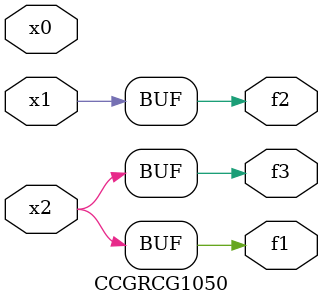
<source format=v>
module CCGRCG1050(
	input x0, x1, x2,
	output f1, f2, f3
);
	assign f1 = x2;
	assign f2 = x1;
	assign f3 = x2;
endmodule

</source>
